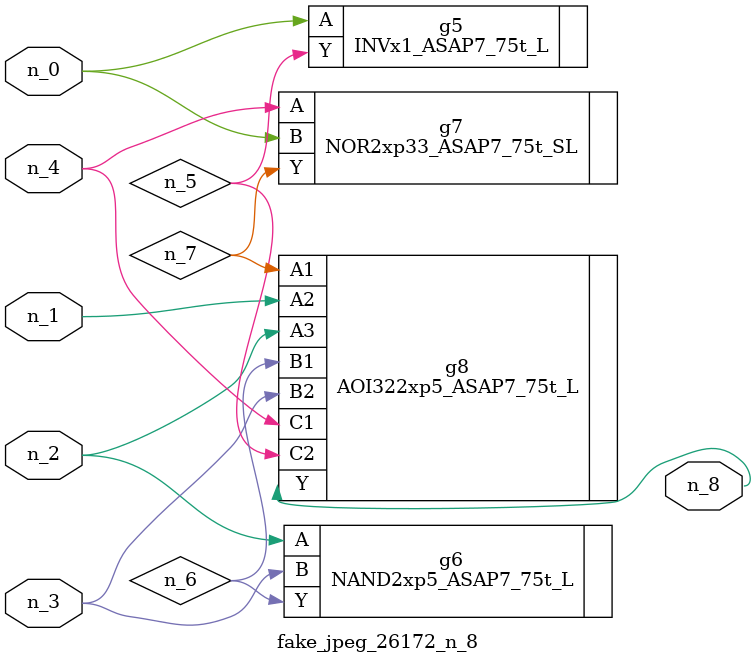
<source format=v>
module fake_jpeg_26172_n_8 (n_3, n_2, n_1, n_0, n_4, n_8);

input n_3;
input n_2;
input n_1;
input n_0;
input n_4;

output n_8;

wire n_6;
wire n_5;
wire n_7;

INVx1_ASAP7_75t_L g5 ( 
.A(n_0),
.Y(n_5)
);

NAND2xp5_ASAP7_75t_L g6 ( 
.A(n_2),
.B(n_3),
.Y(n_6)
);

NOR2xp33_ASAP7_75t_SL g7 ( 
.A(n_4),
.B(n_0),
.Y(n_7)
);

AOI322xp5_ASAP7_75t_L g8 ( 
.A1(n_7),
.A2(n_1),
.A3(n_2),
.B1(n_6),
.B2(n_3),
.C1(n_4),
.C2(n_5),
.Y(n_8)
);


endmodule
</source>
